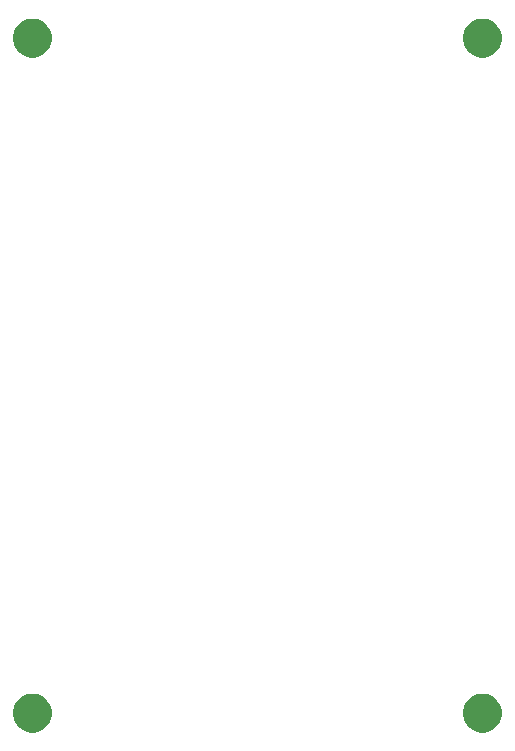
<source format=gbr>
G04 #@! TF.GenerationSoftware,KiCad,Pcbnew,(5.1.6)-1*
G04 #@! TF.CreationDate,2020-09-16T14:53:01+08:00*
G04 #@! TF.ProjectId,Numpad_Case,4e756d70-6164-45f4-9361-73652e6b6963,rev?*
G04 #@! TF.SameCoordinates,Original*
G04 #@! TF.FileFunction,Soldermask,Bot*
G04 #@! TF.FilePolarity,Negative*
%FSLAX46Y46*%
G04 Gerber Fmt 4.6, Leading zero omitted, Abs format (unit mm)*
G04 Created by KiCad (PCBNEW (5.1.6)-1) date 2020-09-16 14:53:01*
%MOMM*%
%LPD*%
G01*
G04 APERTURE LIST*
%ADD10C,0.100000*%
G04 APERTURE END LIST*
D10*
G36*
X165475256Y-128566298D02*
G01*
X165581579Y-128587447D01*
X165882042Y-128711903D01*
X166152451Y-128892585D01*
X166382415Y-129122549D01*
X166563097Y-129392958D01*
X166687553Y-129693421D01*
X166751000Y-130012391D01*
X166751000Y-130337609D01*
X166687553Y-130656579D01*
X166563097Y-130957042D01*
X166382415Y-131227451D01*
X166152451Y-131457415D01*
X165882042Y-131638097D01*
X165581579Y-131762553D01*
X165475256Y-131783702D01*
X165262611Y-131826000D01*
X164937389Y-131826000D01*
X164724744Y-131783702D01*
X164618421Y-131762553D01*
X164317958Y-131638097D01*
X164047549Y-131457415D01*
X163817585Y-131227451D01*
X163636903Y-130957042D01*
X163512447Y-130656579D01*
X163449000Y-130337609D01*
X163449000Y-130012391D01*
X163512447Y-129693421D01*
X163636903Y-129392958D01*
X163817585Y-129122549D01*
X164047549Y-128892585D01*
X164317958Y-128711903D01*
X164618421Y-128587447D01*
X164724744Y-128566298D01*
X164937389Y-128524000D01*
X165262611Y-128524000D01*
X165475256Y-128566298D01*
G37*
G36*
X127375256Y-128566298D02*
G01*
X127481579Y-128587447D01*
X127782042Y-128711903D01*
X128052451Y-128892585D01*
X128282415Y-129122549D01*
X128463097Y-129392958D01*
X128587553Y-129693421D01*
X128651000Y-130012391D01*
X128651000Y-130337609D01*
X128587553Y-130656579D01*
X128463097Y-130957042D01*
X128282415Y-131227451D01*
X128052451Y-131457415D01*
X127782042Y-131638097D01*
X127481579Y-131762553D01*
X127375256Y-131783702D01*
X127162611Y-131826000D01*
X126837389Y-131826000D01*
X126624744Y-131783702D01*
X126518421Y-131762553D01*
X126217958Y-131638097D01*
X125947549Y-131457415D01*
X125717585Y-131227451D01*
X125536903Y-130957042D01*
X125412447Y-130656579D01*
X125349000Y-130337609D01*
X125349000Y-130012391D01*
X125412447Y-129693421D01*
X125536903Y-129392958D01*
X125717585Y-129122549D01*
X125947549Y-128892585D01*
X126217958Y-128711903D01*
X126518421Y-128587447D01*
X126624744Y-128566298D01*
X126837389Y-128524000D01*
X127162611Y-128524000D01*
X127375256Y-128566298D01*
G37*
G36*
X165475256Y-71416298D02*
G01*
X165581579Y-71437447D01*
X165882042Y-71561903D01*
X166152451Y-71742585D01*
X166382415Y-71972549D01*
X166563097Y-72242958D01*
X166687553Y-72543421D01*
X166751000Y-72862391D01*
X166751000Y-73187609D01*
X166687553Y-73506579D01*
X166563097Y-73807042D01*
X166382415Y-74077451D01*
X166152451Y-74307415D01*
X165882042Y-74488097D01*
X165581579Y-74612553D01*
X165475256Y-74633702D01*
X165262611Y-74676000D01*
X164937389Y-74676000D01*
X164724744Y-74633702D01*
X164618421Y-74612553D01*
X164317958Y-74488097D01*
X164047549Y-74307415D01*
X163817585Y-74077451D01*
X163636903Y-73807042D01*
X163512447Y-73506579D01*
X163449000Y-73187609D01*
X163449000Y-72862391D01*
X163512447Y-72543421D01*
X163636903Y-72242958D01*
X163817585Y-71972549D01*
X164047549Y-71742585D01*
X164317958Y-71561903D01*
X164618421Y-71437447D01*
X164724744Y-71416298D01*
X164937389Y-71374000D01*
X165262611Y-71374000D01*
X165475256Y-71416298D01*
G37*
G36*
X127375256Y-71416298D02*
G01*
X127481579Y-71437447D01*
X127782042Y-71561903D01*
X128052451Y-71742585D01*
X128282415Y-71972549D01*
X128463097Y-72242958D01*
X128587553Y-72543421D01*
X128651000Y-72862391D01*
X128651000Y-73187609D01*
X128587553Y-73506579D01*
X128463097Y-73807042D01*
X128282415Y-74077451D01*
X128052451Y-74307415D01*
X127782042Y-74488097D01*
X127481579Y-74612553D01*
X127375256Y-74633702D01*
X127162611Y-74676000D01*
X126837389Y-74676000D01*
X126624744Y-74633702D01*
X126518421Y-74612553D01*
X126217958Y-74488097D01*
X125947549Y-74307415D01*
X125717585Y-74077451D01*
X125536903Y-73807042D01*
X125412447Y-73506579D01*
X125349000Y-73187609D01*
X125349000Y-72862391D01*
X125412447Y-72543421D01*
X125536903Y-72242958D01*
X125717585Y-71972549D01*
X125947549Y-71742585D01*
X126217958Y-71561903D01*
X126518421Y-71437447D01*
X126624744Y-71416298D01*
X126837389Y-71374000D01*
X127162611Y-71374000D01*
X127375256Y-71416298D01*
G37*
M02*

</source>
